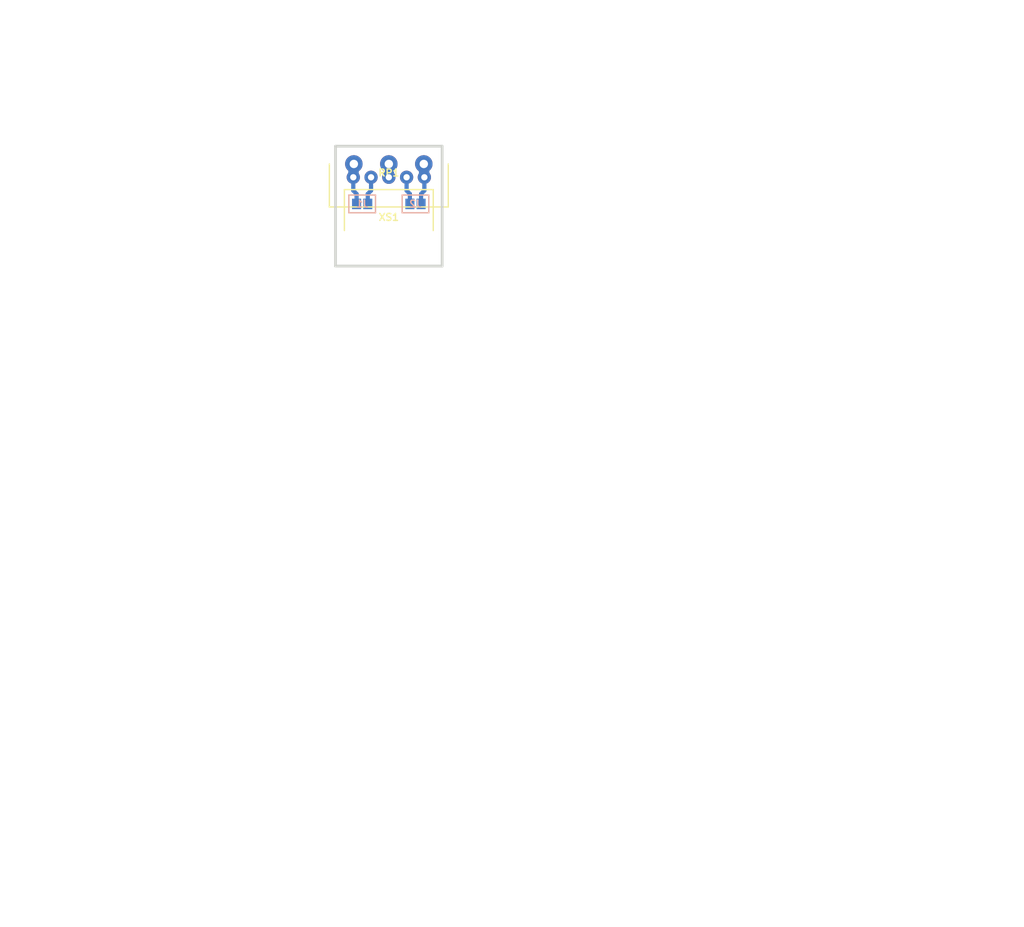
<source format=kicad_pcb>
(kicad_pcb (version 20171130) (host pcbnew 5.1.12-84ad8e8a86~92~ubuntu20.04.1)

  (general
    (thickness 1.6)
    (drawings 10)
    (tracks 15)
    (zones 0)
    (modules 4)
    (nets 6)
  )

  (page A4 portrait)
  (title_block
    (title ТКП-1.31.A-6)
    (date 2024-08-01)
    (rev 1A)
    (company "Potentiometer Board 18 1x17 [REV1A] PDB181-20K-B100K Trimmed")
    (comment 1 http://github.com/Adept666)
    (comment 2 "Igor Ivanov (Игорь Иванов)")
    (comment 3 -ТТКРЧПДЛ-)
    (comment 4 "This project is licensed under GNU General Public License v3.0 or later")
  )

  (layers
    (0 F.Cu jumper)
    (31 B.Cu signal)
    (38 B.Mask user)
    (39 F.Mask user)
    (44 Edge.Cuts user)
    (45 Margin user)
    (46 B.CrtYd user)
    (47 F.CrtYd user)
    (48 B.Fab user)
    (49 F.Fab user)
  )

  (setup
    (last_trace_width 1)
    (user_trace_width 0.6)
    (trace_clearance 0)
    (zone_clearance 0.6)
    (zone_45_only no)
    (trace_min 0.2)
    (via_size 2)
    (via_drill 1)
    (via_min_size 0.4)
    (via_min_drill 0.3)
    (uvia_size 0.3)
    (uvia_drill 0.1)
    (uvias_allowed no)
    (uvia_min_size 0)
    (uvia_min_drill 0)
    (edge_width 0.4)
    (segment_width 0.2)
    (pcb_text_width 0.3)
    (pcb_text_size 1.5 1.5)
    (mod_edge_width 0.15)
    (mod_text_size 1 1)
    (mod_text_width 0.15)
    (pad_size 1.6 1.8)
    (pad_drill 0)
    (pad_to_mask_clearance 0.1)
    (solder_mask_min_width 0.2)
    (aux_axis_origin 0 0)
    (visible_elements 7FFFFFFF)
    (pcbplotparams
      (layerselection 0x20000_7ffffffe)
      (usegerberextensions false)
      (usegerberattributes false)
      (usegerberadvancedattributes false)
      (creategerberjobfile false)
      (excludeedgelayer false)
      (linewidth 0.100000)
      (plotframeref true)
      (viasonmask false)
      (mode 1)
      (useauxorigin false)
      (hpglpennumber 1)
      (hpglpenspeed 20)
      (hpglpendiameter 15.000000)
      (psnegative false)
      (psa4output false)
      (plotreference false)
      (plotvalue true)
      (plotinvisibletext false)
      (padsonsilk true)
      (subtractmaskfromsilk false)
      (outputformat 4)
      (mirror false)
      (drillshape 0)
      (scaleselection 1)
      (outputdirectory ""))
  )

  (net 0 "")
  (net 1 "Net-(RP1-Pad2)")
  (net 2 "Net-(J1-Pad2)")
  (net 3 "Net-(J1-Pad1)")
  (net 4 "Net-(J2-Pad2)")
  (net 5 "Net-(J2-Pad1)")

  (net_class Default "This is the default net class."
    (clearance 0)
    (trace_width 1)
    (via_dia 2)
    (via_drill 1)
    (uvia_dia 0.3)
    (uvia_drill 0.1)
    (add_net "Net-(J1-Pad1)")
    (add_net "Net-(J1-Pad2)")
    (add_net "Net-(J2-Pad1)")
    (add_net "Net-(J2-Pad2)")
    (add_net "Net-(RP1-Pad2)")
  )

  (module KCL-SM:J-SB-0805-2 (layer B.Cu) (tedit 62E4D892) (tstamp 62E4EC39)
    (at 109.22 148.59)
    (path /62D6667D)
    (fp_text reference J2 (at 0 0) (layer B.SilkS)
      (effects (font (size 1 1) (thickness 0.2)) (justify mirror))
    )
    (fp_text value J2 (at 0 -0.9525) (layer B.Fab)
      (effects (font (size 1 1) (thickness 0.2)) (justify mirror))
    )
    (fp_line (start -0.8 0) (end 0.8 0) (layer B.Fab) (width 0.2))
    (fp_line (start -1.905 -1.27) (end -1.905 1.27) (layer B.SilkS) (width 0.2))
    (fp_line (start 1.905 1.27) (end 1.905 -1.27) (layer B.SilkS) (width 0.2))
    (fp_line (start -1.905 1.27) (end 1.905 1.27) (layer B.SilkS) (width 0.2))
    (fp_line (start -1.905 -1.27) (end 1.905 -1.27) (layer B.SilkS) (width 0.2))
    (fp_line (start -1.905 -1.27) (end -1.905 1.27) (layer B.CrtYd) (width 0.1))
    (fp_line (start 1.905 -1.27) (end -1.905 -1.27) (layer B.CrtYd) (width 0.1))
    (fp_line (start 1.905 1.27) (end 1.905 -1.27) (layer B.CrtYd) (width 0.1))
    (fp_line (start -1.905 1.27) (end 1.905 1.27) (layer B.CrtYd) (width 0.1))
    (pad 2 smd rect (at 0.8 0) (size 1.3 1.5) (layers B.Cu B.Mask)
      (net 4 "Net-(J2-Pad2)"))
    (pad 1 smd rect (at -0.8 0) (size 1.3 1.5) (layers B.Cu B.Mask)
      (net 5 "Net-(J2-Pad1)"))
  )

  (module KCL-SM:J-SB-0805-2 (layer B.Cu) (tedit 62E4D892) (tstamp 62E428E8)
    (at 101.6 148.59)
    (path /62E404D1)
    (fp_text reference J1 (at 0 0) (layer B.SilkS)
      (effects (font (size 1 1) (thickness 0.2)) (justify mirror))
    )
    (fp_text value J1 (at 0 -0.9525) (layer B.Fab)
      (effects (font (size 1 1) (thickness 0.2)) (justify mirror))
    )
    (fp_line (start -1.905 1.27) (end 1.905 1.27) (layer B.CrtYd) (width 0.1))
    (fp_line (start 1.905 1.27) (end 1.905 -1.27) (layer B.CrtYd) (width 0.1))
    (fp_line (start 1.905 -1.27) (end -1.905 -1.27) (layer B.CrtYd) (width 0.1))
    (fp_line (start -1.905 -1.27) (end -1.905 1.27) (layer B.CrtYd) (width 0.1))
    (fp_line (start -1.905 -1.27) (end 1.905 -1.27) (layer B.SilkS) (width 0.2))
    (fp_line (start -1.905 1.27) (end 1.905 1.27) (layer B.SilkS) (width 0.2))
    (fp_line (start 1.905 1.27) (end 1.905 -1.27) (layer B.SilkS) (width 0.2))
    (fp_line (start -1.905 -1.27) (end -1.905 1.27) (layer B.SilkS) (width 0.2))
    (fp_line (start -0.8 0) (end 0.8 0) (layer B.Fab) (width 0.2))
    (pad 1 smd rect (at -0.8 0) (size 1.3 1.5) (layers B.Cu B.Mask)
      (net 3 "Net-(J1-Pad1)"))
    (pad 2 smd rect (at 0.8 0) (size 1.3 1.5) (layers B.Cu B.Mask)
      (net 2 "Net-(J1-Pad2)"))
  )

  (module SBKCL-TH-SL:CON-PBS-05R-CIRCULAR (layer F.Cu) (tedit 62458AB8) (tstamp 60031F53)
    (at 105.41 144.78)
    (path /600A2C72)
    (fp_text reference XS1 (at 0 5.715) (layer F.SilkS)
      (effects (font (size 1 1) (thickness 0.2)))
    )
    (fp_text value PBS-05R (at 0 5.715) (layer F.Fab)
      (effects (font (size 1 1) (thickness 0.2)))
    )
    (fp_line (start 6.35 1.76) (end 6.35 10.16) (layer F.Fab) (width 0.2))
    (fp_line (start -6.35 1.76) (end -6.35 10.16) (layer F.Fab) (width 0.2))
    (fp_line (start -6.35 10.16) (end 6.35 10.16) (layer F.Fab) (width 0.2))
    (fp_line (start -6.35 1.76) (end 6.35 1.76) (layer F.Fab) (width 0.2))
    (fp_line (start -6.35 1.76) (end 6.35 1.76) (layer F.SilkS) (width 0.2))
    (fp_line (start -6.35 1.76) (end -6.35 7.62) (layer F.SilkS) (width 0.2))
    (fp_line (start 6.35 1.76) (end 6.35 7.62) (layer F.SilkS) (width 0.2))
    (fp_line (start -6.35 -0.45) (end 6.35 -0.45) (layer F.CrtYd) (width 0.1))
    (fp_line (start -6.35 10.16) (end 6.35 10.16) (layer F.CrtYd) (width 0.1))
    (fp_line (start -6.35 -0.45) (end -6.35 10.16) (layer F.CrtYd) (width 0.1))
    (fp_line (start 6.35 -0.45) (end 6.35 10.16) (layer F.CrtYd) (width 0.1))
    (pad 3 thru_hole circle (at 0 0) (size 1.9 1.9) (drill 0.9) (layers B.Cu B.Mask)
      (net 1 "Net-(RP1-Pad2)"))
    (pad 2 thru_hole circle (at -2.54 0) (size 1.9 1.9) (drill 0.9) (layers B.Cu B.Mask)
      (net 2 "Net-(J1-Pad2)"))
    (pad 1 thru_hole circle (at -5.08 0) (size 1.9 1.9) (drill 0.9) (layers B.Cu B.Mask)
      (net 3 "Net-(J1-Pad1)"))
    (pad 4 thru_hole circle (at 2.54 0) (size 1.9 1.9) (drill 0.9) (layers B.Cu B.Mask)
      (net 5 "Net-(J2-Pad1)"))
    (pad 5 thru_hole circle (at 5.08 0) (size 1.9 1.9) (drill 0.9) (layers B.Cu B.Mask)
      (net 4 "Net-(J2-Pad2)"))
  )

  (module SBKCL-TH-SL:RP-PDB181-K-20-P-CIRCULAR (layer F.Cu) (tedit 61D0A493) (tstamp 5FE6D9E5)
    (at 105.41 142.875 180)
    (path /5FE7A122)
    (fp_text reference RP1 (at 0 -1.27 180) (layer F.SilkS)
      (effects (font (size 1 1) (thickness 0.2)))
    )
    (fp_text value B100K (at 0 -1.27 180) (layer F.Fab)
      (effects (font (size 1 1) (thickness 0.2)))
    )
    (fp_line (start -8.5 -6.15) (end 8.5 -6.15) (layer F.Fab) (width 0.2))
    (fp_line (start -8.5 3.35) (end 8.5 3.35) (layer F.Fab) (width 0.2))
    (fp_line (start -3 23.35) (end 3 23.35) (layer F.Fab) (width 0.2))
    (fp_line (start -8.5 -6.15) (end -8.5 3.35) (layer F.Fab) (width 0.2))
    (fp_line (start 8.5 -6.15) (end 8.5 3.35) (layer F.Fab) (width 0.2))
    (fp_line (start -3.5 3.35) (end -3.5 9.85) (layer F.Fab) (width 0.2))
    (fp_line (start 3.5 3.35) (end 3.5 9.85) (layer F.Fab) (width 0.2))
    (fp_line (start -3 9.85) (end -3 23.35) (layer F.Fab) (width 0.2))
    (fp_line (start 3 9.85) (end 3 23.35) (layer F.Fab) (width 0.2))
    (fp_line (start -3.5 9.85) (end 3.5 9.85) (layer F.Fab) (width 0.2))
    (fp_line (start -8.5 -6.15) (end 8.5 -6.15) (layer F.SilkS) (width 0.2))
    (fp_line (start -8.5 -6.15) (end -8.5 0) (layer F.SilkS) (width 0.2))
    (fp_line (start 8.5 -6.15) (end 8.5 0) (layer F.SilkS) (width 0.2))
    (fp_line (start -8.5 -6.15) (end 8.5 -6.15) (layer F.CrtYd) (width 0.1))
    (fp_line (start -8.5 23.35) (end 8.5 23.35) (layer F.CrtYd) (width 0.1))
    (fp_line (start -8.5 -6.15) (end -8.5 23.35) (layer F.CrtYd) (width 0.1))
    (fp_line (start 8.5 -6.15) (end 8.5 23.35) (layer F.CrtYd) (width 0.1))
    (fp_line (start -8.5 5.35) (end -7.366 5.35) (layer F.Fab) (width 0.2))
    (fp_line (start -8.5 3.35) (end -8.5 5.35) (layer F.Fab) (width 0.2))
    (fp_line (start -7.3 3.35) (end -7.3 5.35) (layer F.Fab) (width 0.2))
    (pad 2 thru_hole circle (at 0 0 180) (size 2.5 2.5) (drill 1.2) (layers B.Cu B.Mask)
      (net 1 "Net-(RP1-Pad2)"))
    (pad 1 thru_hole circle (at -5 0 180) (size 2.5 2.5) (drill 1.2) (layers B.Cu B.Mask)
      (net 4 "Net-(J2-Pad2)"))
    (pad 3 thru_hole circle (at 5 0 180) (size 2.5 2.5) (drill 1.2) (layers B.Cu B.Mask)
      (net 3 "Net-(J1-Pad1)"))
  )

  (gr_text "1. Укоротить центральный контакт RP1 кусачками до" (at 90.17 246.38) (layer F.Fab) (tstamp 662FDCCA)
    (effects (font (size 2.54 2.54) (thickness 0.2)) (justify left))
  )
  (gr_text "1.0...1.5 мм от поверхности ПП." (at 90.17 250.19) (layer F.Fab)
    (effects (font (size 2.54 2.54) (thickness 0.2)) (justify left))
  )
  (gr_text "1. J1 и J2 оставить разомкнутыми." (at 119.83 250.19) (layer B.Fab)
    (effects (font (size 2.54 2.54) (thickness 0.2)) (justify left mirror))
  )
  (gr_line (start 110.41 142.875) (end 110.49 144.78) (layer B.Mask) (width 1.7))
  (gr_line (start 105.41 142.875) (end 105.41 144.78) (layer B.Mask) (width 1.7))
  (gr_line (start 100.41 142.875) (end 100.33 144.78) (layer B.Mask) (width 1.7))
  (gr_line (start 113.03 140.335) (end 113.03 157.48) (layer Edge.Cuts) (width 0.4) (tstamp 5FE6F872))
  (gr_line (start 97.79 140.335) (end 97.79 157.48) (layer Edge.Cuts) (width 0.4) (tstamp 5FE6F872))
  (gr_line (start 97.79 157.48) (end 113.03 157.48) (layer Edge.Cuts) (width 0.4) (tstamp 5FE6FAB1))
  (gr_line (start 97.79 140.335) (end 113.03 140.335) (layer Edge.Cuts) (width 0.4) (tstamp 5FE6F86E))

  (segment (start 105.41 142.875) (end 105.41 144.78) (width 1.5) (layer B.Cu) (net 1))
  (segment (start 102.4 148.59) (end 102.4 147.155) (width 0.6) (layer B.Cu) (net 2))
  (segment (start 102.4 147.155) (end 102.87 146.685) (width 0.6) (layer B.Cu) (net 2))
  (segment (start 102.87 146.685) (end 102.87 144.78) (width 0.6) (layer B.Cu) (net 2))
  (segment (start 100.41 142.875) (end 100.33 144.78) (width 1.5) (layer B.Cu) (net 3))
  (segment (start 100.8 148.59) (end 100.8 147.155) (width 0.6) (layer B.Cu) (net 3))
  (segment (start 100.8 147.155) (end 100.33 146.685) (width 0.6) (layer B.Cu) (net 3))
  (segment (start 100.33 146.685) (end 100.33 144.78) (width 0.6) (layer B.Cu) (net 3))
  (segment (start 110.41 142.875) (end 110.49 144.78) (width 1.5) (layer B.Cu) (net 4))
  (segment (start 110.02 148.59) (end 110.02 147.155) (width 0.6) (layer B.Cu) (net 4))
  (segment (start 110.02 147.155) (end 110.49 146.685) (width 0.6) (layer B.Cu) (net 4))
  (segment (start 110.49 146.685) (end 110.49 144.78) (width 0.6) (layer B.Cu) (net 4))
  (segment (start 108.42 148.59) (end 108.42 147.155) (width 0.6) (layer B.Cu) (net 5))
  (segment (start 108.42 147.155) (end 107.95 146.685) (width 0.6) (layer B.Cu) (net 5))
  (segment (start 107.95 146.685) (end 107.95 144.78) (width 0.6) (layer B.Cu) (net 5))

)

</source>
